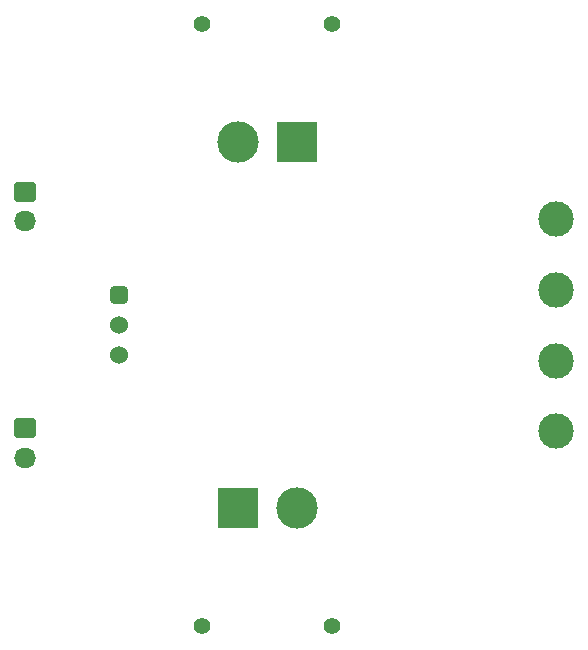
<source format=gbr>
G04 #@! TF.GenerationSoftware,KiCad,Pcbnew,(6.0.7)*
G04 #@! TF.CreationDate,2023-09-14T07:07:10+09:00*
G04 #@! TF.ProjectId,StepDown,53746570-446f-4776-9e2e-6b696361645f,rev?*
G04 #@! TF.SameCoordinates,Original*
G04 #@! TF.FileFunction,Soldermask,Bot*
G04 #@! TF.FilePolarity,Negative*
%FSLAX46Y46*%
G04 Gerber Fmt 4.6, Leading zero omitted, Abs format (unit mm)*
G04 Created by KiCad (PCBNEW (6.0.7)) date 2023-09-14 07:07:10*
%MOMM*%
%LPD*%
G01*
G04 APERTURE LIST*
G04 Aperture macros list*
%AMRoundRect*
0 Rectangle with rounded corners*
0 $1 Rounding radius*
0 $2 $3 $4 $5 $6 $7 $8 $9 X,Y pos of 4 corners*
0 Add a 4 corners polygon primitive as box body*
4,1,4,$2,$3,$4,$5,$6,$7,$8,$9,$2,$3,0*
0 Add four circle primitives for the rounded corners*
1,1,$1+$1,$2,$3*
1,1,$1+$1,$4,$5*
1,1,$1+$1,$6,$7*
1,1,$1+$1,$8,$9*
0 Add four rect primitives between the rounded corners*
20,1,$1+$1,$2,$3,$4,$5,0*
20,1,$1+$1,$4,$5,$6,$7,0*
20,1,$1+$1,$6,$7,$8,$9,0*
20,1,$1+$1,$8,$9,$2,$3,0*%
G04 Aperture macros list end*
%ADD10C,1.400000*%
%ADD11R,3.500000X3.500000*%
%ADD12C,3.500000*%
%ADD13C,3.000000*%
%ADD14RoundRect,0.250000X-0.675000X0.600000X-0.675000X-0.600000X0.675000X-0.600000X0.675000X0.600000X0*%
%ADD15O,1.850000X1.700000*%
%ADD16RoundRect,0.381000X-0.381000X-0.381000X0.381000X-0.381000X0.381000X0.381000X-0.381000X0.381000X0*%
%ADD17C,1.524000*%
G04 APERTURE END LIST*
D10*
G04 #@! TO.C,J2*
X119000000Y-125500000D03*
X130000000Y-125500000D03*
D11*
X122000000Y-115500000D03*
D12*
X127000000Y-115500000D03*
G04 #@! TD*
D13*
G04 #@! TO.C,H1*
X149000000Y-91000000D03*
G04 #@! TD*
D10*
G04 #@! TO.C,J1*
X130000000Y-74500000D03*
X119000000Y-74500000D03*
D11*
X127000000Y-84500000D03*
D12*
X122000000Y-84500000D03*
G04 #@! TD*
D13*
G04 #@! TO.C,H2*
X149000000Y-97000000D03*
G04 #@! TD*
D14*
G04 #@! TO.C,J4*
X104000000Y-88730000D03*
D15*
X104000000Y-91230000D03*
G04 #@! TD*
D14*
G04 #@! TO.C,J3*
X104000000Y-108730000D03*
D15*
X104000000Y-111230000D03*
G04 #@! TD*
D13*
G04 #@! TO.C,H4*
X149000000Y-109000000D03*
G04 #@! TD*
D16*
G04 #@! TO.C,SW1*
X112000000Y-97460000D03*
D17*
X112000000Y-100000000D03*
X112000000Y-102540000D03*
G04 #@! TD*
D13*
G04 #@! TO.C,H3*
X149000000Y-103000000D03*
G04 #@! TD*
M02*

</source>
